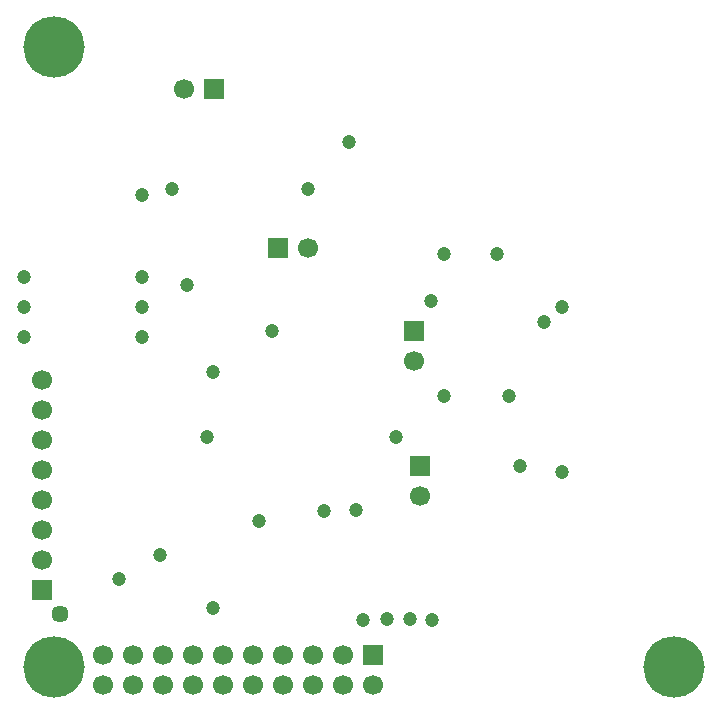
<source format=gbs>
%FSLAX24Y24*%
%MOIN*%
%SFA1B1*%

%IPPOS*%
%ADD49C,0.066930*%
%ADD50R,0.066930X0.066930*%
%ADD51R,0.066930X0.066930*%
%ADD52C,0.047240*%
%ADD53C,0.057090*%
%ADD54C,0.204720*%
%LNdeploy-1*%
%LPD*%
G54D49*
X984Y10937D03*
Y9937D03*
Y8937D03*
Y7937D03*
Y6937D03*
Y5937D03*
Y4937D03*
X5708Y20669D03*
X9842Y15354D03*
X3007Y787D03*
Y1787D03*
X4007Y787D03*
Y1787D03*
X5007Y787D03*
Y1787D03*
X6007Y787D03*
Y1787D03*
X7007Y787D03*
Y1787D03*
X8007Y787D03*
Y1787D03*
X9007Y787D03*
Y1787D03*
X10007Y787D03*
Y1787D03*
X11007Y787D03*
Y1787D03*
X12007Y787D03*
X13385Y11598D03*
X13582Y7070D03*
G54D50*
X984Y3937D03*
X13385Y12598D03*
X13582Y8070D03*
G54D51*
X6708Y20669D03*
X8842Y15354D03*
X12007Y1787D03*
G54D52*
X4330Y14370D03*
X5826Y14133D03*
X11692Y2952D03*
X12480Y2992D03*
X13267D03*
X13976Y2952D03*
X6692Y3347D03*
X8228Y6259D03*
X10393Y6574D03*
X11456Y6614D03*
X393Y13385D03*
Y14370D03*
X4921Y5118D03*
X3543Y4330D03*
X6692Y11220D03*
X6496Y9055D03*
X14370Y10433D03*
X16535D03*
X16141Y15157D03*
X14370D03*
X11220Y18897D03*
X393Y12401D03*
X4330Y12385D03*
Y13385D03*
Y17126D03*
X5315Y17322D03*
X9842D03*
X13957Y13582D03*
X17716Y12874D03*
X18307Y13385D03*
X12795Y9055D03*
X16929Y8070D03*
X18307Y7874D03*
X8661Y12598D03*
G54D53*
X1574Y3149D03*
G54D54*
X22047Y1378D03*
X1378Y22047D03*
Y1378D03*
M02*
</source>
